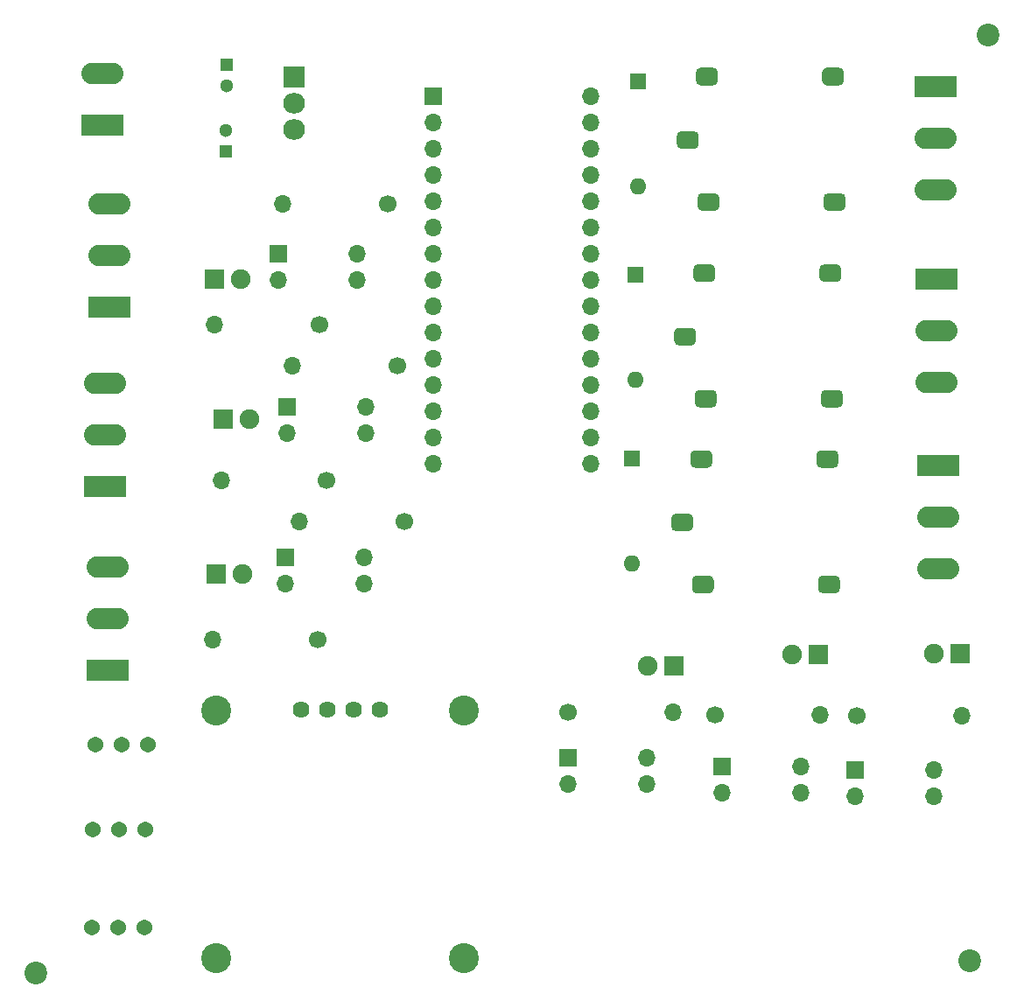
<source format=gbr>
%TF.GenerationSoftware,KiCad,Pcbnew,(5.1.6)-1*%
%TF.CreationDate,2020-11-28T00:37:20-05:00*%
%TF.ProjectId,arduino_graphite,61726475-696e-46f5-9f67-726170686974,rev?*%
%TF.SameCoordinates,Original*%
%TF.FileFunction,Soldermask,Top*%
%TF.FilePolarity,Negative*%
%FSLAX46Y46*%
G04 Gerber Fmt 4.6, Leading zero omitted, Abs format (unit mm)*
G04 Created by KiCad (PCBNEW (5.1.6)-1) date 2020-11-28 00:37:20*
%MOMM*%
%LPD*%
G01*
G04 APERTURE LIST*
%ADD10C,2.200000*%
%ADD11O,4.060000X2.080000*%
%ADD12R,4.060000X2.080000*%
%ADD13C,2.900000*%
%ADD14C,1.624000*%
%ADD15O,1.700000X1.700000*%
%ADD16R,1.700000X1.700000*%
%ADD17C,1.900000*%
%ADD18R,1.900000X1.900000*%
%ADD19C,1.300000*%
%ADD20R,1.300000X1.300000*%
%ADD21O,1.600000X1.600000*%
%ADD22R,1.600000X1.600000*%
%ADD23C,1.700000*%
%ADD24C,1.540000*%
%ADD25O,2.100000X2.005000*%
%ADD26R,2.100000X2.005000*%
G04 APERTURE END LIST*
D10*
%TO.C,REF\u002A\u002A*%
X129133600Y-33121600D03*
%TD*%
%TO.C,1*%
X37007800Y-123825000D03*
%TD*%
%TO.C,REF\u002A\u002A*%
X127381000Y-122656600D03*
%TD*%
D11*
%TO.C,J4*%
X43434000Y-36833800D03*
D12*
X43434000Y-41833800D03*
%TD*%
D11*
%TO.C,J5*%
X124028200Y-48074600D03*
X124028200Y-43074600D03*
D12*
X124028200Y-38074600D03*
%TD*%
D11*
%TO.C,J1*%
X44119800Y-49436000D03*
X44119800Y-54436000D03*
D12*
X44119800Y-59436000D03*
%TD*%
D11*
%TO.C,J2*%
X43713400Y-66758800D03*
X43713400Y-71758800D03*
D12*
X43713400Y-76758800D03*
%TD*%
D11*
%TO.C,J3*%
X43967400Y-84538800D03*
X43967400Y-89538800D03*
D12*
X43967400Y-94538800D03*
%TD*%
D11*
%TO.C,J6*%
X124155200Y-66692800D03*
X124155200Y-61692800D03*
D12*
X124155200Y-56692800D03*
%TD*%
D11*
%TO.C,J7*%
X124282200Y-84726800D03*
X124282200Y-79726800D03*
D12*
X124282200Y-74726800D03*
%TD*%
D13*
%TO.C,U5*%
X54446400Y-122439200D03*
X78446400Y-122439200D03*
X78446400Y-98439200D03*
X54446400Y-98439200D03*
D14*
X70256400Y-98339200D03*
X67716400Y-98339200D03*
X65176400Y-98339200D03*
X62636400Y-98339200D03*
%TD*%
D15*
%TO.C,A1*%
X90703400Y-74625200D03*
X75463400Y-74625200D03*
X90703400Y-39065200D03*
X75463400Y-72085200D03*
X90703400Y-41605200D03*
X75463400Y-69545200D03*
X90703400Y-44145200D03*
X75463400Y-67005200D03*
X90703400Y-46685200D03*
X75463400Y-64465200D03*
X90703400Y-49225200D03*
X75463400Y-61925200D03*
X90703400Y-51765200D03*
X75463400Y-59385200D03*
X90703400Y-54305200D03*
X75463400Y-56845200D03*
X90703400Y-56845200D03*
X75463400Y-54305200D03*
X90703400Y-59385200D03*
X75463400Y-51765200D03*
X90703400Y-61925200D03*
X75463400Y-49225200D03*
X90703400Y-64465200D03*
X75463400Y-46685200D03*
X90703400Y-67005200D03*
X75463400Y-44145200D03*
X90703400Y-69545200D03*
X75463400Y-41605200D03*
X90703400Y-72085200D03*
D16*
X75463400Y-39065200D03*
%TD*%
D17*
%TO.C,D1*%
X56870600Y-56692800D03*
D18*
X54330600Y-56692800D03*
%TD*%
D17*
%TO.C,D2*%
X56997600Y-85217000D03*
D18*
X54457600Y-85217000D03*
%TD*%
D17*
%TO.C,D3*%
X57683400Y-70307200D03*
D18*
X55143400Y-70307200D03*
%TD*%
D17*
%TO.C,D4*%
X96240600Y-94132400D03*
D18*
X98780600Y-94132400D03*
%TD*%
D17*
%TO.C,D5*%
X123926600Y-92964000D03*
D18*
X126466600Y-92964000D03*
%TD*%
D17*
%TO.C,D6*%
X110185200Y-93040200D03*
D18*
X112725200Y-93040200D03*
%TD*%
%TO.C,K1*%
G36*
G01*
X101029400Y-49685200D02*
X101029400Y-48835200D01*
G75*
G02*
X101454400Y-48410200I425000J0D01*
G01*
X102704400Y-48410200D01*
G75*
G02*
X103129400Y-48835200I0J-425000D01*
G01*
X103129400Y-49685200D01*
G75*
G02*
X102704400Y-50110200I-425000J0D01*
G01*
X101454400Y-50110200D01*
G75*
G02*
X101029400Y-49685200I0J425000D01*
G01*
G37*
G36*
G01*
X113229400Y-49685200D02*
X113229400Y-48835200D01*
G75*
G02*
X113654400Y-48410200I425000J0D01*
G01*
X114904400Y-48410200D01*
G75*
G02*
X115329400Y-48835200I0J-425000D01*
G01*
X115329400Y-49685200D01*
G75*
G02*
X114904400Y-50110200I-425000J0D01*
G01*
X113654400Y-50110200D01*
G75*
G02*
X113229400Y-49685200I0J425000D01*
G01*
G37*
G36*
G01*
X113079400Y-37545200D02*
X113079400Y-36695200D01*
G75*
G02*
X113504400Y-36270200I425000J0D01*
G01*
X114754400Y-36270200D01*
G75*
G02*
X115179400Y-36695200I0J-425000D01*
G01*
X115179400Y-37545200D01*
G75*
G02*
X114754400Y-37970200I-425000J0D01*
G01*
X113504400Y-37970200D01*
G75*
G02*
X113079400Y-37545200I0J425000D01*
G01*
G37*
G36*
G01*
X100879400Y-37545200D02*
X100879400Y-36695200D01*
G75*
G02*
X101304400Y-36270200I425000J0D01*
G01*
X102554400Y-36270200D01*
G75*
G02*
X102979400Y-36695200I0J-425000D01*
G01*
X102979400Y-37545200D01*
G75*
G02*
X102554400Y-37970200I-425000J0D01*
G01*
X101304400Y-37970200D01*
G75*
G02*
X100879400Y-37545200I0J425000D01*
G01*
G37*
G36*
G01*
X99029400Y-43685200D02*
X99029400Y-42835200D01*
G75*
G02*
X99454400Y-42410200I425000J0D01*
G01*
X100704400Y-42410200D01*
G75*
G02*
X101129400Y-42835200I0J-425000D01*
G01*
X101129400Y-43685200D01*
G75*
G02*
X100704400Y-44110200I-425000J0D01*
G01*
X99454400Y-44110200D01*
G75*
G02*
X99029400Y-43685200I0J425000D01*
G01*
G37*
%TD*%
%TO.C,K2*%
G36*
G01*
X100775400Y-68709800D02*
X100775400Y-67859800D01*
G75*
G02*
X101200400Y-67434800I425000J0D01*
G01*
X102450400Y-67434800D01*
G75*
G02*
X102875400Y-67859800I0J-425000D01*
G01*
X102875400Y-68709800D01*
G75*
G02*
X102450400Y-69134800I-425000J0D01*
G01*
X101200400Y-69134800D01*
G75*
G02*
X100775400Y-68709800I0J425000D01*
G01*
G37*
G36*
G01*
X112975400Y-68709800D02*
X112975400Y-67859800D01*
G75*
G02*
X113400400Y-67434800I425000J0D01*
G01*
X114650400Y-67434800D01*
G75*
G02*
X115075400Y-67859800I0J-425000D01*
G01*
X115075400Y-68709800D01*
G75*
G02*
X114650400Y-69134800I-425000J0D01*
G01*
X113400400Y-69134800D01*
G75*
G02*
X112975400Y-68709800I0J425000D01*
G01*
G37*
G36*
G01*
X112825400Y-56569800D02*
X112825400Y-55719800D01*
G75*
G02*
X113250400Y-55294800I425000J0D01*
G01*
X114500400Y-55294800D01*
G75*
G02*
X114925400Y-55719800I0J-425000D01*
G01*
X114925400Y-56569800D01*
G75*
G02*
X114500400Y-56994800I-425000J0D01*
G01*
X113250400Y-56994800D01*
G75*
G02*
X112825400Y-56569800I0J425000D01*
G01*
G37*
G36*
G01*
X100625400Y-56569800D02*
X100625400Y-55719800D01*
G75*
G02*
X101050400Y-55294800I425000J0D01*
G01*
X102300400Y-55294800D01*
G75*
G02*
X102725400Y-55719800I0J-425000D01*
G01*
X102725400Y-56569800D01*
G75*
G02*
X102300400Y-56994800I-425000J0D01*
G01*
X101050400Y-56994800D01*
G75*
G02*
X100625400Y-56569800I0J425000D01*
G01*
G37*
G36*
G01*
X98775400Y-62709800D02*
X98775400Y-61859800D01*
G75*
G02*
X99200400Y-61434800I425000J0D01*
G01*
X100450400Y-61434800D01*
G75*
G02*
X100875400Y-61859800I0J-425000D01*
G01*
X100875400Y-62709800D01*
G75*
G02*
X100450400Y-63134800I-425000J0D01*
G01*
X99200400Y-63134800D01*
G75*
G02*
X98775400Y-62709800I0J425000D01*
G01*
G37*
%TD*%
%TO.C,K3*%
G36*
G01*
X100496000Y-86693000D02*
X100496000Y-85843000D01*
G75*
G02*
X100921000Y-85418000I425000J0D01*
G01*
X102171000Y-85418000D01*
G75*
G02*
X102596000Y-85843000I0J-425000D01*
G01*
X102596000Y-86693000D01*
G75*
G02*
X102171000Y-87118000I-425000J0D01*
G01*
X100921000Y-87118000D01*
G75*
G02*
X100496000Y-86693000I0J425000D01*
G01*
G37*
G36*
G01*
X112696000Y-86693000D02*
X112696000Y-85843000D01*
G75*
G02*
X113121000Y-85418000I425000J0D01*
G01*
X114371000Y-85418000D01*
G75*
G02*
X114796000Y-85843000I0J-425000D01*
G01*
X114796000Y-86693000D01*
G75*
G02*
X114371000Y-87118000I-425000J0D01*
G01*
X113121000Y-87118000D01*
G75*
G02*
X112696000Y-86693000I0J425000D01*
G01*
G37*
G36*
G01*
X112546000Y-74553000D02*
X112546000Y-73703000D01*
G75*
G02*
X112971000Y-73278000I425000J0D01*
G01*
X114221000Y-73278000D01*
G75*
G02*
X114646000Y-73703000I0J-425000D01*
G01*
X114646000Y-74553000D01*
G75*
G02*
X114221000Y-74978000I-425000J0D01*
G01*
X112971000Y-74978000D01*
G75*
G02*
X112546000Y-74553000I0J425000D01*
G01*
G37*
G36*
G01*
X100346000Y-74553000D02*
X100346000Y-73703000D01*
G75*
G02*
X100771000Y-73278000I425000J0D01*
G01*
X102021000Y-73278000D01*
G75*
G02*
X102446000Y-73703000I0J-425000D01*
G01*
X102446000Y-74553000D01*
G75*
G02*
X102021000Y-74978000I-425000J0D01*
G01*
X100771000Y-74978000D01*
G75*
G02*
X100346000Y-74553000I0J425000D01*
G01*
G37*
G36*
G01*
X98496000Y-80693000D02*
X98496000Y-79843000D01*
G75*
G02*
X98921000Y-79418000I425000J0D01*
G01*
X100171000Y-79418000D01*
G75*
G02*
X100596000Y-79843000I0J-425000D01*
G01*
X100596000Y-80693000D01*
G75*
G02*
X100171000Y-81118000I-425000J0D01*
G01*
X98921000Y-81118000D01*
G75*
G02*
X98496000Y-80693000I0J425000D01*
G01*
G37*
%TD*%
D19*
%TO.C,C1*%
X55473600Y-37991800D03*
D20*
X55473600Y-35991800D03*
%TD*%
D19*
%TO.C,C2*%
X55422800Y-42348400D03*
D20*
X55422800Y-44348400D03*
%TD*%
D21*
%TO.C,D7*%
X95300800Y-47777400D03*
D22*
X95300800Y-37617400D03*
%TD*%
D21*
%TO.C,D8*%
X94996000Y-66446400D03*
D22*
X94996000Y-56286400D03*
%TD*%
D21*
%TO.C,D9*%
X94665800Y-84251800D03*
D22*
X94665800Y-74091800D03*
%TD*%
D15*
%TO.C,R1*%
X54254400Y-61163200D03*
D23*
X64414400Y-61163200D03*
%TD*%
D15*
%TO.C,R2*%
X54152800Y-91592400D03*
D23*
X64312800Y-91592400D03*
%TD*%
D15*
%TO.C,R3*%
X54991000Y-76200000D03*
D23*
X65151000Y-76200000D03*
%TD*%
D15*
%TO.C,R4*%
X60883800Y-49453800D03*
D23*
X71043800Y-49453800D03*
%TD*%
D15*
%TO.C,R5*%
X61798200Y-65074800D03*
D23*
X71958200Y-65074800D03*
%TD*%
D15*
%TO.C,R6*%
X62484000Y-80137000D03*
D23*
X72644000Y-80137000D03*
%TD*%
D15*
%TO.C,R7*%
X98653600Y-98653600D03*
D23*
X88493600Y-98653600D03*
%TD*%
D15*
%TO.C,R8*%
X112877600Y-98907600D03*
D23*
X102717600Y-98907600D03*
%TD*%
D15*
%TO.C,R9*%
X126593600Y-98983800D03*
D23*
X116433600Y-98983800D03*
%TD*%
D24*
%TO.C,RV1*%
X47498000Y-119456200D03*
X44958000Y-119456200D03*
X42418000Y-119456200D03*
%TD*%
%TO.C,RV2*%
X47625000Y-109956600D03*
X45085000Y-109956600D03*
X42545000Y-109956600D03*
%TD*%
%TO.C,RV3*%
X47879000Y-101777800D03*
X45339000Y-101777800D03*
X42799000Y-101777800D03*
%TD*%
D25*
%TO.C,U1*%
X62001400Y-42265600D03*
X62001400Y-39725600D03*
D26*
X62001400Y-37185600D03*
%TD*%
D15*
%TO.C,U2*%
X68122800Y-54254400D03*
X60502800Y-56794400D03*
X68122800Y-56794400D03*
D16*
X60502800Y-54254400D03*
%TD*%
D15*
%TO.C,U3*%
X68910200Y-69088000D03*
X61290200Y-71628000D03*
X68910200Y-71628000D03*
D16*
X61290200Y-69088000D03*
%TD*%
D15*
%TO.C,U4*%
X68783200Y-83616800D03*
X61163200Y-86156800D03*
X68783200Y-86156800D03*
D16*
X61163200Y-83616800D03*
%TD*%
D15*
%TO.C,U6*%
X96113600Y-103073200D03*
X88493600Y-105613200D03*
X96113600Y-105613200D03*
D16*
X88493600Y-103073200D03*
%TD*%
D15*
%TO.C,U7*%
X110998000Y-103860600D03*
X103378000Y-106400600D03*
X110998000Y-106400600D03*
D16*
X103378000Y-103860600D03*
%TD*%
D15*
%TO.C,U8*%
X123926600Y-104190800D03*
X116306600Y-106730800D03*
X123926600Y-106730800D03*
D16*
X116306600Y-104190800D03*
%TD*%
M02*

</source>
